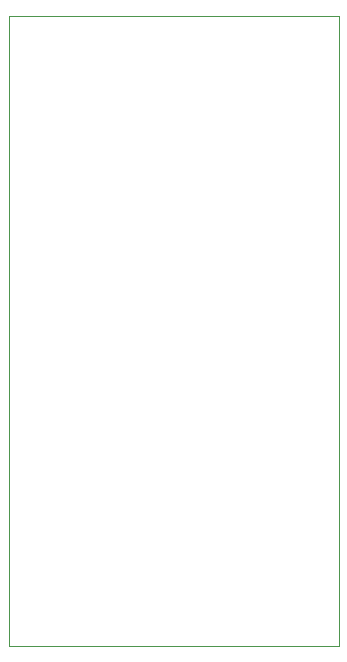
<source format=gbr>
G04 #@! TF.GenerationSoftware,KiCad,Pcbnew,(5.1.9-0-10_14)*
G04 #@! TF.CreationDate,2021-04-24T14:40:39+02:00*
G04 #@! TF.ProjectId,xilinx-cpld-breakout,78696c69-6e78-42d6-9370-6c642d627265,rev?*
G04 #@! TF.SameCoordinates,Original*
G04 #@! TF.FileFunction,Profile,NP*
%FSLAX46Y46*%
G04 Gerber Fmt 4.6, Leading zero omitted, Abs format (unit mm)*
G04 Created by KiCad (PCBNEW (5.1.9-0-10_14)) date 2021-04-24 14:40:39*
%MOMM*%
%LPD*%
G01*
G04 APERTURE LIST*
G04 #@! TA.AperFunction,Profile*
%ADD10C,0.050000*%
G04 #@! TD*
G04 APERTURE END LIST*
D10*
X93980000Y-161290000D02*
X93980000Y-107950000D01*
X121920000Y-161290000D02*
X93980000Y-161290000D01*
X121920000Y-107950000D02*
X121920000Y-161290000D01*
X93980000Y-107950000D02*
X121920000Y-107950000D01*
M02*

</source>
